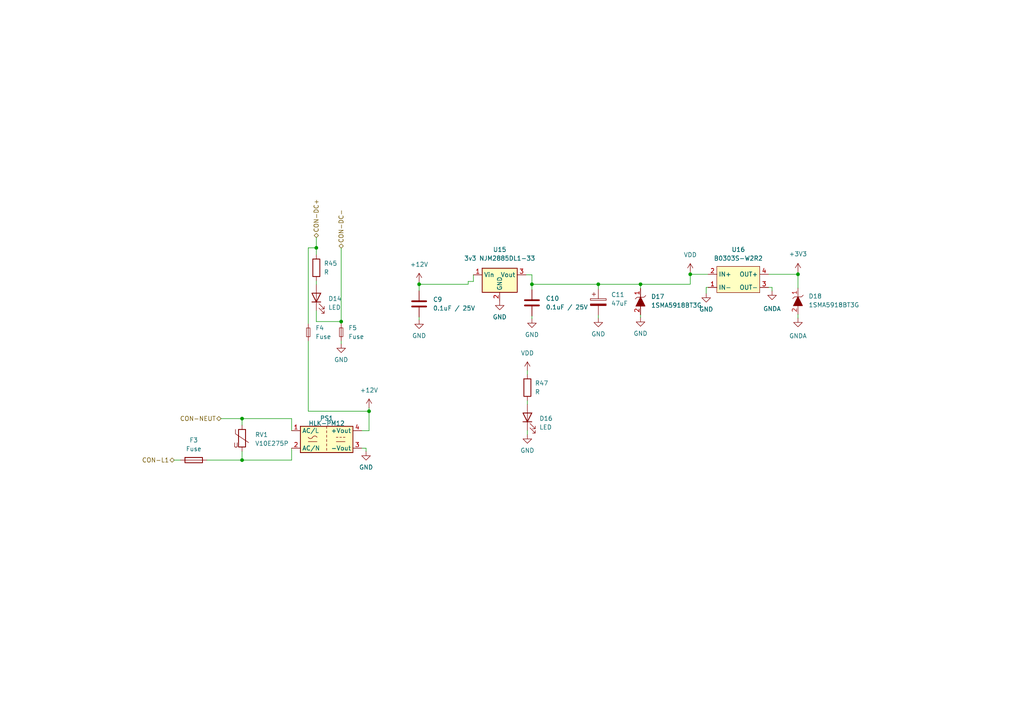
<source format=kicad_sch>
(kicad_sch (version 20230121) (generator eeschema)
  (paper "A4")
  (lib_symbols
    (symbol "Converter_ACDC:HLK-PM12"
      (property "Reference" "PS" (at 0 5.08 0))
      (property "Value" "HLK-PM12" (at 0 -5.08 0))
      (symbol "HLK-PM12_0_1"
        (rectangle (start -7.62 3.81) (end 7.62 -3.81) (stroke (width 0.254)) (fill (type background)))
        (arc (start -5.334 0.635) (mid -4.699 0.2495) (end -4.064 0.635))
        (arc (start -2.794 0.635) (mid -3.429 1.0072) (end -4.064 0.635))
        (polyline (pts (xy -5.334 -0.635) (xy -2.794 -0.635)))
        (polyline (pts (xy 0 -2.54) (xy 0 -3.175)))
        (polyline (pts (xy 0 -1.27) (xy 0 -1.905)))
        (polyline (pts (xy 0 0) (xy 0 -0.635)))
        (polyline (pts (xy 0 1.27) (xy 0 0.635)))
        (polyline (pts (xy 0 2.54) (xy 0 1.905)))
        (polyline (pts (xy 0 3.81) (xy 0 3.175)))
        (polyline (pts (xy 2.794 -0.635) (xy 5.334 -0.635)))
        (polyline (pts (xy 2.794 0.635) (xy 3.302 0.635)))
        (polyline (pts (xy 3.81 0.635) (xy 4.318 0.635)))
        (polyline (pts (xy 4.826 0.635) (xy 5.334 0.635)))
      )
      (symbol "HLK-PM12_1_1"
        (pin power_in line (at -10.16 2.54 0) (length 2.54) (name "AC/L") (number "1"))
        (pin power_in line (at -10.16 -2.54 0) (length 2.54) (name "AC/N") (number "2"))
        (pin power_out line (at 10.16 -2.54 180) (length 2.54) (name "-Vout") (number "3"))
        (pin power_out line (at 10.16 2.54 180) (length 2.54) (name "+Vout") (number "4"))
      )
    )
    (symbol "Device:C" (pin_numbers hide) (pin_names (offset 0.254))
      (property "Reference" "C" (at 0.635 2.54 0))
      (property "Value" "C" (at 0.635 -2.54 0))
      (symbol "C_0_1"
        (polyline (pts (xy -2.032 -0.762) (xy 2.032 -0.762)) (stroke (width 0.508)))
        (polyline (pts (xy -2.032 0.762) (xy 2.032 0.762)) (stroke (width 0.508)))
      )
      (symbol "C_1_1"
        (pin passive line (at 0 3.81 270) (length 2.794) (name "~") (number "1"))
        (pin passive line (at 0 -3.81 90) (length 2.794) (name "~") (number "2"))
      )
    )
    (symbol "Device:C_Polarized" (pin_numbers hide) (pin_names (offset 0.254))
      (property "Reference" "C" (at 0.635 2.54 0))
      (property "Value" "C_Polarized" (at 0.635 -2.54 0))
      (symbol "C_Polarized_0_1"
        (rectangle (start -2.286 0.508) (end 2.286 1.016))
        (polyline (pts (xy -1.778 2.286) (xy -0.762 2.286)))
        (polyline (pts (xy -1.27 2.794) (xy -1.27 1.778)))
        (rectangle (start 2.286 -0.508) (end -2.286 -1.016) (fill (type outline)))
      )
      (symbol "C_Polarized_1_1"
        (pin passive line (at 0 3.81 270) (length 2.794) (name "~") (number "1"))
        (pin passive line (at 0 -3.81 90) (length 2.794) (name "~") (number "2"))
      )
    )
    (symbol "Device:Fuse" (pin_numbers hide) (pin_names (offset 0))
      (property "Reference" "F" (at 2.032 0 90))
      (property "Value" "Fuse" (at -1.905 0 90))
      (symbol "Fuse_0_1"
        (rectangle (start -0.762 -2.54) (end 0.762 2.54) (stroke (width 0.254)))
        (polyline (pts (xy 0 2.54) (xy 0 -2.54)))
      )
      (symbol "Fuse_1_1"
        (pin passive line (at 0 3.81 270) (length 1.27) (name "~") (number "1"))
        (pin passive line (at 0 -3.81 90) (length 1.27) (name "~") (number "2"))
      )
    )
    (symbol "Device:Fuse_Small" (pin_numbers hide) (pin_names (offset 0.254) hide)
      (property "Reference" "F" (at 0 -1.524 0))
      (property "Value" "Fuse_Small" (at 0 1.524 0))
      (symbol "Fuse_Small_0_1"
        (rectangle (start -1.27 0.508) (end 1.27 -0.508))
        (polyline (pts (xy -1.27 0) (xy 1.27 0)))
      )
      (symbol "Fuse_Small_1_1"
        (pin passive line (at -2.54 0 0) (length 1.27) (name "~") (number "1"))
        (pin passive line (at 2.54 0 180) (length 1.27) (name "~") (number "2"))
      )
    )
    (symbol "Device:LED" (pin_numbers hide) (pin_names (offset 1.016) hide)
      (property "Reference" "D" (at 0 2.54 0))
      (property "Value" "LED" (at 0 -2.54 0))
      (symbol "LED_0_1"
        (polyline (pts (xy -1.27 -1.27) (xy -1.27 1.27)) (stroke (width 0.254)))
        (polyline (pts (xy -1.27 0) (xy 1.27 0)))
        (polyline (pts (xy 1.27 -1.27) (xy 1.27 1.27) (xy -1.27 0) (xy 1.27 -1.27)) (stroke (width 0.254)))
        (polyline (pts (xy -3.048 -0.762) (xy -4.572 -2.286) (xy -3.81 -2.286) (xy -4.572 -2.286) (xy -4.572 -1.524)))
        (polyline (pts (xy -1.778 -0.762) (xy -3.302 -2.286) (xy -2.54 -2.286) (xy -3.302 -2.286) (xy -3.302 -1.524)))
      )
      (symbol "LED_1_1"
        (pin passive line (at -3.81 0 0) (length 2.54) (name "K") (number "1"))
        (pin passive line (at 3.81 0 180) (length 2.54) (name "A") (number "2"))
      )
    )
    (symbol "Device:R" (pin_numbers hide) (pin_names (offset 0))
      (property "Reference" "R" (at 2.032 0 90))
      (property "Value" "R" (at 0 0 90))
      (symbol "R_0_1"
        (rectangle (start -1.016 -2.54) (end 1.016 2.54) (stroke (width 0.254)))
      )
      (symbol "R_1_1"
        (pin passive line (at 0 3.81 270) (length 1.27) (name "~") (number "1"))
        (pin passive line (at 0 -3.81 90) (length 1.27) (name "~") (number "2"))
      )
    )
    (symbol "Device:Varistor" (pin_numbers hide) (pin_names (offset 0))
      (property "Reference" "RV" (at 3.175 0 90))
      (property "Value" "Varistor" (at -3.175 0 90))
      (symbol "Varistor_0_0"
        (text "U" (at -1.778 -2.032 0) (effects (font (size 1.27 1.27))))
      )
      (symbol "Varistor_0_1"
        (rectangle (start -1.016 -2.54) (end 1.016 2.54) (stroke (width 0.254)))
        (polyline (pts (xy -1.905 2.54) (xy -1.905 1.27) (xy 1.905 -1.27)))
      )
      (symbol "Varistor_1_1"
        (pin passive line (at 0 3.81 270) (length 1.27) (name "~") (number "1"))
        (pin passive line (at 0 -3.81 90) (length 1.27) (name "~") (number "2"))
      )
    )
    (symbol "nuevos simvolos:1SMA5918BT3G"
      (property "Reference" "D" (at 0 -2.54 0))
      (property "Value" "1SMA5918BT3G" (at 0 -4.064 0))
      (symbol "1SMA5918BT3G_0_1"
        (polyline (pts (xy -0.762 -1.524) (xy -1.27 -1.016) (xy -1.27 1.016) (xy -1.778 1.524)))
        (polyline (pts (xy 1.27 -1.27) (xy 1.27 1.27) (xy -1.27 0) (xy 1.27 -1.27)) (stroke (width 0.254)) (fill (type outline)))
      )
      (symbol "1SMA5918BT3G_1_1"
        (pin passive line (at -3.81 0 0) (length 2.54) (name "") (number "1"))
        (pin passive line (at 3.81 0 180) (length 2.54) (name "") (number "2"))
      )
    )
    (symbol "nuevos simvolos:3v3 NJM2885DL1-33"
      (property "Reference" "U" (at 0 6.096 0))
      (property "Value" "3v3 NJM2885DL1-33" (at 0 4.572 0))
      (symbol "3v3 NJM2885DL1-33_0_1"
        (rectangle (start -5.08 3.683) (end 5.08 -3.302) (stroke (width 0.254)) (fill (type background)))
      )
      (symbol "3v3 NJM2885DL1-33_1_1"
        (pin power_in line (at -7.62 1.778 0) (length 2.54) (name "Vin") (number "1"))
        (pin power_out line (at 0 -5.842 90) (length 2.54) (name "GND") (number "2"))
        (pin power_out line (at 7.62 1.778 180) (length 2.54) (name "Vout") (number "3"))
      )
    )
    (symbol "nuevos simvolos:B0505S-W2R2"
      (property "Reference" "U" (at 0 6.604 0))
      (property "Value" "B0505S-W2R2" (at 0 4.9784 0))
      (symbol "B0505S-W2R2_0_1"
        (rectangle (start -6.35 4.064) (end 6.096 -3.556) (fill (type background)))
      )
      (symbol "B0505S-W2R2_1_1"
        (pin output line (at -8.89 -2.032 0) (length 2.54) (name "IN-") (number "1"))
        (pin input line (at -8.89 1.778 0) (length 2.54) (name "IN+") (number "2"))
        (pin output line (at 8.636 -2.032 180) (length 2.54) (name "OUT-") (number "3"))
        (pin output line (at 8.636 1.778 180) (length 2.54) (name "OUT+") (number "4"))
      )
    )
    (symbol "power:+12V" (power) (pin_names (offset 0))
      (property "Value" "+12V" (at 0 3.556 0))
      (symbol "+12V_0_1"
        (polyline (pts (xy -0.762 1.27) (xy 0 2.54)))
        (polyline (pts (xy 0 0) (xy 0 2.54)))
        (polyline (pts (xy 0 2.54) (xy 0.762 1.27)))
      )
      (symbol "+12V_1_1"
        (pin power_in line (at 0 0 90) (length 0) hide (name "+12V") (number "1"))
      )
    )
    (symbol "power:+3V3" (power) (pin_names (offset 0))
      (property "Value" "+3V3" (at 0 3.556 0))
      (symbol "+3V3_0_1"
        (polyline (pts (xy -0.762 1.27) (xy 0 2.54)))
        (polyline (pts (xy 0 0) (xy 0 2.54)))
        (polyline (pts (xy 0 2.54) (xy 0.762 1.27)))
      )
      (symbol "+3V3_1_1"
        (pin power_in line (at 0 0 90) (length 0) hide (name "+3V3") (number "1"))
      )
    )
    (symbol "power:GND" (power) (pin_names (offset 0))
      (property "Value" "GND" (at 0 -3.81 0))
      (symbol "GND_0_1"
        (polyline (pts (xy 0 0) (xy 0 -1.27) (xy 1.27 -1.27) (xy 0 -2.54) (xy -1.27 -1.27) (xy 0 -1.27)))
      )
      (symbol "GND_1_1"
        (pin power_in line (at 0 0 270) (length 0) hide (name "GND") (number "1"))
      )
    )
    (symbol "power:GNDA" (power) (pin_names (offset 0))
      (property "Value" "GNDA" (at 0 -3.81 0))
      (symbol "GNDA_0_1"
        (polyline (pts (xy 0 0) (xy 0 -1.27) (xy 1.27 -1.27) (xy 0 -2.54) (xy -1.27 -1.27) (xy 0 -1.27)))
      )
      (symbol "GNDA_1_1"
        (pin power_in line (at 0 0 270) (length 0) hide (name "GNDA") (number "1"))
      )
    )
    (symbol "power:VDD" (power) (pin_names (offset 0))
      (property "Value" "VDD" (at 0 3.81 0))
      (symbol "VDD_0_1"
        (polyline (pts (xy -0.762 1.27) (xy 0 2.54)))
        (polyline (pts (xy 0 0) (xy 0 2.54)))
        (polyline (pts (xy 0 2.54) (xy 0.762 1.27)))
      )
      (symbol "VDD_1_1"
        (pin power_in line (at 0 0 90) (length 0) hide (name "VDD") (number "1"))
      )
    )
  )
  (junction (at 121.5644 82.4484))
  (junction (at 154.2796 82.4484))
  (junction (at 185.7756 82.4484))
  (junction (at 70.2056 121.412))
  (junction (at 70.2056 133.4516))
  (junction (at 107.0356 119.2784))
  (junction (at 231.4448 79.5528))
  (junction (at 91.7448 71.882))
  (junction (at 200.2028 79.5528))
  (junction (at 98.9584 93.2688))
  (junction (at 173.5328 82.4484))
  (wire (pts (xy 135.7884 81.6356) (xy 135.7884 82.4484)))
  (wire (pts (xy 154.2796 82.4484) (xy 173.5328 82.4484)))
  (wire (pts (xy 200.2028 82.4484) (xy 200.2028 79.5528)))
  (wire (pts (xy 231.4448 78.9432) (xy 231.4448 79.5528)))
  (wire (pts (xy 70.2056 121.412) (xy 84.582 121.412)))
  (wire (pts (xy 89.408 98.933) (xy 89.408 119.2784)))
  (wire (pts (xy 185.7756 82.4484) (xy 185.7756 83.6676)))
  (wire (pts (xy 70.2056 123.2916) (xy 70.2056 121.412)))
  (wire (pts (xy 222.9104 83.3628) (xy 223.9264 83.3628)))
  (wire (pts (xy 173.5328 91.44) (xy 173.5328 92.2528)))
  (wire (pts (xy 154.2796 79.7052) (xy 154.2796 82.4484)))
  (wire (pts (xy 70.2056 130.9116) (xy 70.2056 133.4516)))
  (wire (pts (xy 84.582 133.4516) (xy 84.582 129.9972)))
  (wire (pts (xy 107.0356 124.9172) (xy 104.902 124.9172)))
  (wire (pts (xy 98.9584 93.2688) (xy 98.9584 93.8276)))
  (wire (pts (xy 173.5328 82.4484) (xy 185.7756 82.4484)))
  (wire (pts (xy 121.5644 91.948) (xy 121.5644 92.7608)))
  (wire (pts (xy 185.7756 82.4484) (xy 200.2028 82.4484)))
  (wire (pts (xy 91.7448 93.2688) (xy 91.7448 90.1192)))
  (wire (pts (xy 50.546 133.4516) (xy 52.3748 133.4516)))
  (wire (pts (xy 104.902 129.9972) (xy 106.172 129.9972)))
  (wire (pts (xy 91.7448 81.4832) (xy 91.7448 82.4992)))
  (wire (pts (xy 84.582 121.412) (xy 84.582 124.9172)))
  (wire (pts (xy 91.7448 68.9356) (xy 91.7448 71.882)))
  (wire (pts (xy 154.2796 91.6432) (xy 154.2796 92.456)))
  (wire (pts (xy 200.2028 79.5528) (xy 205.3844 79.5528)))
  (wire (pts (xy 137.3124 79.7052) (xy 137.3124 81.6356)))
  (wire (pts (xy 107.0356 118.2624) (xy 107.0356 119.2784)))
  (wire (pts (xy 89.408 71.882) (xy 91.7448 71.882)))
  (wire (pts (xy 152.9588 107.4928) (xy 152.9588 108.6104)))
  (wire (pts (xy 185.7756 91.2876) (xy 185.7756 92.1004)))
  (wire (pts (xy 231.4448 91.186) (xy 231.4448 92.2528)))
  (wire (pts (xy 59.9948 133.4516) (xy 70.2056 133.4516)))
  (wire (pts (xy 137.3124 81.6356) (xy 135.7884 81.6356)))
  (wire (pts (xy 106.172 129.9972) (xy 106.172 130.9116)))
  (wire (pts (xy 152.9588 116.2304) (xy 152.9588 117.2464)))
  (wire (pts (xy 70.2056 133.4516) (xy 84.582 133.4516)))
  (wire (pts (xy 89.408 119.2784) (xy 107.0356 119.2784)))
  (wire (pts (xy 98.9584 98.9076) (xy 98.9584 99.7204)))
  (wire (pts (xy 223.9264 83.3628) (xy 223.9264 84.3788)))
  (wire (pts (xy 231.4448 79.5528) (xy 231.4448 83.566)))
  (wire (pts (xy 64.1096 121.412) (xy 70.2056 121.412)))
  (wire (pts (xy 152.9588 124.8664) (xy 152.9588 126.0348)))
  (wire (pts (xy 91.7448 71.882) (xy 91.7448 73.8632)))
  (wire (pts (xy 89.408 93.853) (xy 89.408 71.882)))
  (wire (pts (xy 107.0356 119.2784) (xy 107.0356 124.9172)))
  (wire (pts (xy 173.5328 82.4484) (xy 173.5328 83.82)))
  (wire (pts (xy 135.7884 82.4484) (xy 121.5644 82.4484)))
  (wire (pts (xy 98.9584 71.9836) (xy 98.9584 93.2688)))
  (wire (pts (xy 152.5524 79.7052) (xy 154.2796 79.7052)))
  (wire (pts (xy 121.5644 82.4484) (xy 121.5644 84.328)))
  (wire (pts (xy 98.9584 93.2688) (xy 91.7448 93.2688)))
  (wire (pts (xy 204.8256 85.09) (xy 204.8256 83.3628)))
  (wire (pts (xy 121.5644 81.788) (xy 121.5644 82.4484)))
  (wire (pts (xy 222.9104 79.5528) (xy 231.4448 79.5528)))
  (wire (pts (xy 204.8256 83.3628) (xy 205.3844 83.3628)))
  (wire (pts (xy 200.2028 78.994) (xy 200.2028 79.5528)))
  (wire (pts (xy 154.2796 82.4484) (xy 154.2796 84.0232)))
  (hierarchical_label "CON-NEUT" (shape bidirectional) (at 64.1096 121.412 180))
  (hierarchical_label "CON-L1" (shape bidirectional) (at 50.546 133.4516 180))
  (hierarchical_label "CON-DC-" (shape bidirectional) (at 98.9584 71.9836 90))
  (hierarchical_label "CON-DC+" (shape bidirectional) (at 91.7448 68.9356 90))
  (symbol (lib_id "Device:Fuse") (at 56.1848 133.4516 270) (unit 1)
    (property "Reference" "F3" (at 56.1848 127.6604 90))
    (property "Value" "Fuse" (at 56.1848 130.2004 90))
    (property "Footprint" "Fuse:Fuseholder_Cylinder-5x20mm_Schurter_0031_8201_Horizontal_Open" (effects hide))
  )
  (symbol (lib_id "nuevos simvolos:1SMA5918BT3G") (at 185.7756 87.4776 270) (unit 1)
    (property "Reference" "D17" (at 188.8236 86.017 90) (effects (justify left)))
    (property "Value" "1SMA5918BT3G" (at 188.8236 88.557 90) (effects (justify left)))
    (property "Footprint" "Diode_SMD:D_SMB" (effects hide))
    (property "Datasheet" "https://www.mouser.com/datasheet/2/308/1SMA5913BT3_D-2309368.pdf" (effects hide))
  )
  (symbol (lib_id "power:+12V") (at 107.0356 118.2624 0) (unit 1)
    (property "Reference" "#PWR0171" (effects hide))
    (property "Value" "+12V" (at 107.0356 113.1824 0))
  )
  (symbol (lib_id "power:GND") (at 204.8256 85.09 0) (unit 1)
    (property "Reference" "#PWR0163" (effects hide))
    (property "Value" "GND" (at 204.8256 89.7128 0))
  )
  (symbol (lib_id "Device:R") (at 152.9588 112.4204 0) (unit 1)
    (property "Reference" "R47" (at 155.1432 111.1503 0) (effects (justify left)))
    (property "Value" "R" (at 155.1432 113.6903 0) (effects (justify left)))
    (property "Footprint" "Resistor_SMD:R_0805_2012Metric" (effects hide))
  )
  (symbol (lib_id "power:GND") (at 152.9588 126.0348 0) (unit 1)
    (property "Reference" "#PWR0155" (effects hide))
    (property "Value" "GND" (at 152.9588 130.6576 0))
  )
  (symbol (lib_id "Device:LED") (at 152.9588 121.0564 90) (unit 1)
    (property "Reference" "D16" (at 156.4132 121.3738 90) (effects (justify right)))
    (property "Value" "LED" (at 156.4132 123.9138 90) (effects (justify right)))
    (property "Footprint" "LED_SMD:LED_0805_2012Metric" (effects hide))
  )
  (symbol (lib_id "power:VDD") (at 200.2028 78.994 0) (unit 1)
    (property "Reference" "#PWR0133" (effects hide))
    (property "Value" "VDD" (at 200.2028 73.914 0))
  )
  (symbol (lib_id "Converter_ACDC:HLK-PM12") (at 94.742 127.4572 0) (unit 1)
    (property "Reference" "PS1" (at 94.742 121.3104 0))
    (property "Value" "HLK-PM12" (at 94.742 122.7836 0))
    (property "Footprint" "Converter_ACDC:Converter_ACDC_HiLink_HLK-PMxx" (effects hide))
    (property "Datasheet" "http://www.hlktech.net/product_detail.php?ProId=56" (effects hide))
  )
  (symbol (lib_id "Device:R") (at 91.7448 77.6732 0) (unit 1)
    (property "Reference" "R45" (at 93.9292 76.4031 0) (effects (justify left)))
    (property "Value" "R" (at 93.9292 78.9431 0) (effects (justify left)))
    (property "Footprint" "Resistor_SMD:R_0805_2012Metric" (effects hide))
  )
  (symbol (lib_id "power:VDD") (at 152.9588 107.4928 0) (unit 1)
    (property "Reference" "#PWR0103" (effects hide))
    (property "Value" "VDD" (at 152.9588 102.4128 0))
  )
  (symbol (lib_id "Device:Varistor") (at 70.2056 127.1016 0) (unit 1)
    (property "Reference" "RV1" (at 73.9648 126.0847 0) (effects (justify left)))
    (property "Value" "V10E275P" (at 73.9648 128.6247 0) (effects (justify left)))
    (property "Footprint" "varistor:VAR_B72210S1140K501" (effects hide))
  )
  (symbol (lib_id "nuevos simvolos:1SMA5918BT3G") (at 231.4448 87.376 270) (unit 1)
    (property "Reference" "D18" (at 234.4928 85.9154 90) (effects (justify left)))
    (property "Value" "1SMA5918BT3G" (at 234.4928 88.4554 90) (effects (justify left)))
    (property "Footprint" "Diode_SMD:D_SMB" (effects hide))
    (property "Datasheet" "https://www.mouser.com/datasheet/2/308/1SMA5913BT3_D-2309368.pdf" (effects hide))
  )
  (symbol (lib_id "power:GND") (at 185.7756 92.1004 0) (unit 1)
    (property "Reference" "#PWR0165" (effects hide))
    (property "Value" "GND" (at 185.7756 96.7232 0))
  )
  (symbol (lib_id "power:GND") (at 154.2796 92.456 0) (unit 1)
    (property "Reference" "#PWR0154" (effects hide))
    (property "Value" "GND" (at 154.2796 97.0788 0))
  )
  (symbol (lib_id "power:GNDA") (at 223.9264 84.3788 0) (unit 1)
    (property "Reference" "#PWR0169" (effects hide))
    (property "Value" "GNDA" (at 223.9264 89.5604 0))
  )
  (symbol (lib_id "power:GND") (at 144.9324 87.3252 0) (unit 1)
    (property "Reference" "#PWR0153" (effects hide))
    (property "Value" "GND" (at 144.9324 91.948 0))
  )
  (symbol (lib_id "Device:LED") (at 91.7448 86.3092 90) (unit 1)
    (property "Reference" "D14" (at 95.1992 86.6266 90) (effects (justify right)))
    (property "Value" "LED" (at 95.1992 89.1666 90) (effects (justify right)))
    (property "Footprint" "LED_SMD:LED_0805_2012Metric" (effects hide))
  )
  (symbol (lib_id "Device:C") (at 154.2796 87.8332 0) (unit 1)
    (property "Reference" "C10" (at 158.2928 86.5631 0) (effects (justify left)))
    (property "Value" "0.1uF / 25V" (at 158.2928 89.1031 0) (effects (justify left)))
    (property "Footprint" "Capacitor_SMD:C_0805_2012Metric" (effects hide))
  )
  (symbol (lib_id "power:GND") (at 106.172 130.9116 0) (unit 1)
    (property "Reference" "#PWR0170" (effects hide))
    (property "Value" "GND" (at 106.172 135.5344 0))
  )
  (symbol (lib_id "nuevos simvolos:3v3 NJM2885DL1-33") (at 144.9324 81.4832 0) (unit 1)
    (property "Reference" "U15" (at 144.9324 72.39 0))
    (property "Value" "3v3 NJM2885DL1-33" (at 144.9324 74.93 0))
    (property "Footprint" "Package_TO_SOT_SMD:TO-252-2" (effects hide))
    (property "Datasheet" "https://www.snapeda.com/parts/NJM2885DL1-33-TE1/NJR/datasheet/" (effects hide))
  )
  (symbol (lib_id "power:+12V") (at 121.5644 81.788 0) (unit 1)
    (property "Reference" "#PWR0157" (effects hide))
    (property "Value" "+12V" (at 121.5644 76.708 0))
  )
  (symbol (lib_id "power:GNDA") (at 231.4448 92.2528 0) (unit 1)
    (property "Reference" "#PWR0167" (effects hide))
    (property "Value" "GNDA" (at 231.4448 97.4344 0))
  )
  (symbol (lib_id "power:GND") (at 121.5644 92.7608 0) (unit 1)
    (property "Reference" "#PWR0158" (effects hide))
    (property "Value" "GND" (at 121.5644 97.3836 0))
  )
  (symbol (lib_id "power:GND") (at 98.9584 99.7204 0) (unit 1)
    (property "Reference" "#PWR0172" (effects hide))
    (property "Value" "GND" (at 98.9584 104.3432 0))
  )
  (symbol (lib_id "nuevos simvolos:B0505S-W2R2") (at 214.2744 81.3308 0) (unit 1)
    (property "Reference" "U16" (at 214.1474 72.39 0))
    (property "Value" "B0303S-W2R2" (at 214.1474 74.93 0))
    (property "Footprint" "B0505S-1WR2:CONV_B0505S-1WR2" (effects hide))
    (property "Datasheet" "https://www.mouser.com/datasheet/2/942/SF_IB-1508439.pdf" (effects hide))
  )
  (symbol (lib_id "power:GND") (at 173.5328 92.2528 0) (unit 1)
    (property "Reference" "#PWR0164" (effects hide))
    (property "Value" "GND" (at 173.5328 96.8756 0))
  )
  (symbol (lib_id "power:+3V3") (at 231.4448 78.9432 0) (unit 1)
    (property "Reference" "#PWR0102" (effects hide))
    (property "Value" "+3V3" (at 231.4448 73.66 0))
  )
  (symbol (lib_id "Device:Fuse_Small") (at 98.9584 96.3676 90) (unit 1)
    (property "Reference" "F5" (at 101.0412 95.0975 90) (effects (justify right)))
    (property "Value" "Fuse" (at 101.0412 97.6375 90) (effects (justify right)))
    (property "Footprint" "Nueva carpeta:RESC3115X65N" (effects hide))
  )
  (symbol (lib_id "Device:Fuse_Small") (at 89.408 96.393 90) (unit 1)
    (property "Reference" "F4" (at 91.4908 95.1229 90) (effects (justify right)))
    (property "Value" "Fuse" (at 91.4908 97.6629 90) (effects (justify right)))
    (property "Footprint" "Nueva carpeta:RESC3115X65N" (effects hide))
  )
  (symbol (lib_id "Device:C_Polarized") (at 173.5328 87.63 0) (unit 1)
    (property "Reference" "C11" (at 177.2412 85.4709 0) (effects (justify left)))
    (property "Value" "47uF" (at 177.2412 88.0109 0) (effects (justify left)))
    (property "Footprint" "Capacitor_SMD:CP_Elec_6.3x5.7" (effects hide))
  )
  (symbol (lib_id "Device:C") (at 121.5644 88.138 0) (unit 1)
    (property "Reference" "C9" (at 125.5776 86.8679 0) (effects (justify left)))
    (property "Value" "0.1uF / 25V" (at 125.5776 89.4079 0) (effects (justify left)))
    (property "Footprint" "Capacitor_SMD:C_0805_2012Metric" (effects hide))
  )
)
</source>
